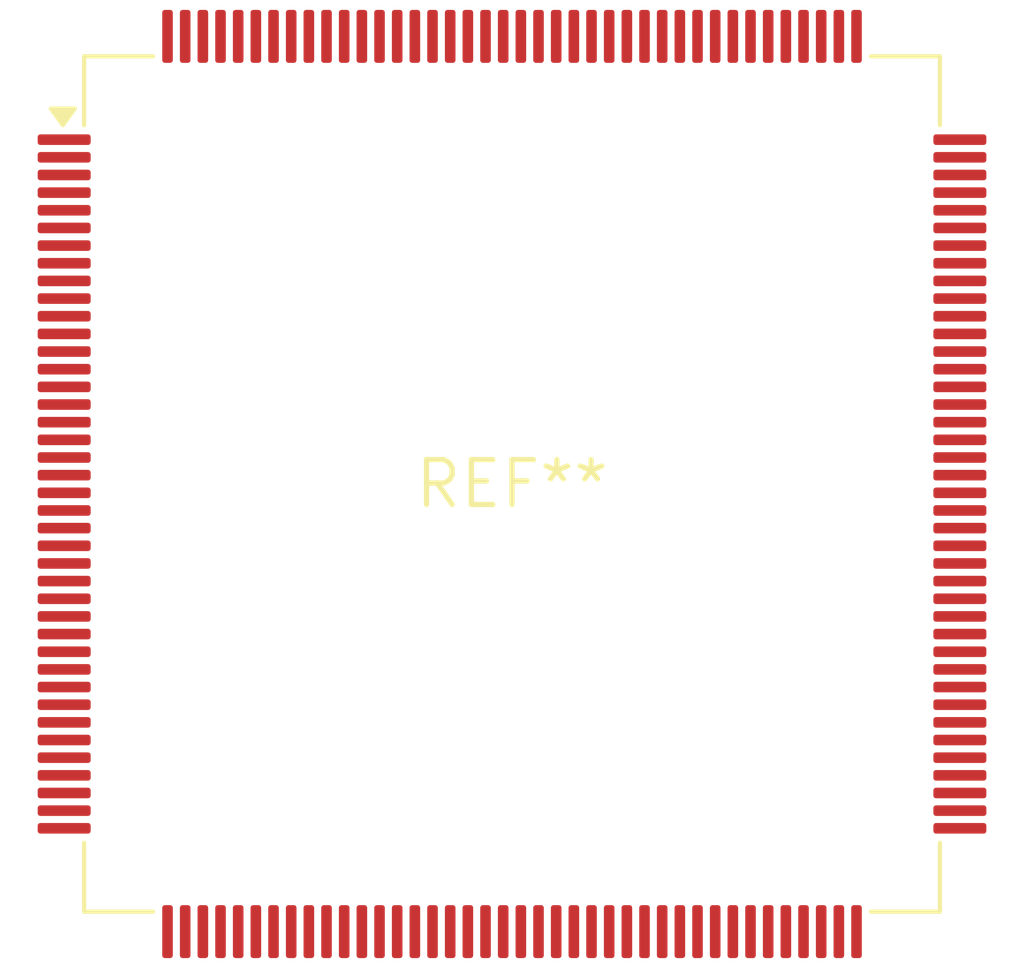
<source format=kicad_pcb>
(kicad_pcb (version 20240108) (generator pcbnew)
  (layers (0 "F.Cu" signal) (31 "B.Cu" signal) (34 "B.Paste" user) (35 "F.Paste" user) (36 "B.SilkS" user "B.Silkscreen") (37 "F.SilkS" user "F.Silkscreen") (38 "B.Mask" user) (39 "F.Mask" user) (44 "Edge.Cuts" user))
  (net 0 "")
  (footprint "LQFP-160_24x24mm_P0.5mm" (layer "F.Cu") (at 0 0)
    (property "Reference" "REF**")
    (property "Value" "LQFP-160_24x24mm_P0.5mm")
    (fp_line (start -12.11 -12.11) (end -12.11 -10.16) (layer "F.SilkS") (stroke (width 0.12)))
    (fp_line (start -12.11 12.11) (end -12.11 10.16) (layer "F.SilkS") (stroke (width 0.12)))
    (fp_line (start -10.16 -12.11) (end -12.11 -12.11) (layer "F.SilkS") (stroke (width 0.12)))
    (fp_line (start -10.16 12.11) (end -12.11 12.11) (layer "F.SilkS") (stroke (width 0.12)))
    (fp_line (start 10.16 -12.11) (end 12.11 -12.11) (layer "F.SilkS") (stroke (width 0.12)))
    (fp_line (start 10.16 12.11) (end 12.11 12.11) (layer "F.SilkS") (stroke (width 0.12)))
    (fp_line (start 12.11 -12.11) (end 12.11 -10.16) (layer "F.SilkS") (stroke (width 0.12)))
    (fp_line (start 12.11 12.11) (end 12.11 10.16) (layer "F.SilkS") (stroke (width 0.12)))
    (fp_poly (pts (xy -12.7125 -10.16) (xy -13.0525 -10.63) (xy -12.3725 -10.63) (xy -12.7125 -10.16)) (layer "F.SilkS") (stroke (width 0.12)) (fill solid))
    (pad "1" smd roundrect (at -12.675 -9.75) (size 1.5 0.3) (layers "F.Cu" "F.Paste" "F.Mask"))
    (pad "2" smd roundrect (at -12.675 -9.25) (size 1.5 0.3) (layers "F.Cu" "F.Paste" "F.Mask"))
    (pad "3" smd roundrect (at -12.675 -8.75) (size 1.5 0.3) (layers "F.Cu" "F.Paste" "F.Mask"))
    (pad "4" smd roundrect (at -12.675 -8.25) (size 1.5 0.3) (layers "F.Cu" "F.Paste" "F.Mask"))
    (pad "5" smd roundrect (at -12.675 -7.75) (size 1.5 0.3) (layers "F.Cu" "F.Paste" "F.Mask"))
    (pad "6" smd roundrect (at -12.675 -7.25) (size 1.5 0.3) (layers "F.Cu" "F.Paste" "F.Mask"))
    (pad "7" smd roundrect (at -12.675 -6.75) (size 1.5 0.3) (layers "F.Cu" "F.Paste" "F.Mask"))
    (pad "8" smd roundrect (at -12.675 -6.25) (size 1.5 0.3) (layers "F.Cu" "F.Paste" "F.Mask"))
    (pad "9" smd roundrect (at -12.675 -5.75) (size 1.5 0.3) (layers "F.Cu" "F.Paste" "F.Mask"))
    (pad "10" smd roundrect (at -12.675 -5.25) (size 1.5 0.3) (layers "F.Cu" "F.Paste" "F.Mask"))
    (pad "11" smd roundrect (at -12.675 -4.75) (size 1.5 0.3) (layers "F.Cu" "F.Paste" "F.Mask"))
    (pad "12" smd roundrect (at -12.675 -4.25) (size 1.5 0.3) (layers "F.Cu" "F.Paste" "F.Mask"))
    (pad "13" smd roundrect (at -12.675 -3.75) (size 1.5 0.3) (layers "F.Cu" "F.Paste" "F.Mask"))
    (pad "14" smd roundrect (at -12.675 -3.25) (size 1.5 0.3) (layers "F.Cu" "F.Paste" "F.Mask"))
    (pad "15" smd roundrect (at -12.675 -2.75) (size 1.5 0.3) (layers "F.Cu" "F.Paste" "F.Mask"))
    (pad "16" smd roundrect (at -12.675 -2.25) (size 1.5 0.3) (layers "F.Cu" "F.Paste" "F.Mask"))
    (pad "17" smd roundrect (at -12.675 -1.75) (size 1.5 0.3) (layers "F.Cu" "F.Paste" "F.Mask"))
    (pad "18" smd roundrect (at -12.675 -1.25) (size 1.5 0.3) (layers "F.Cu" "F.Paste" "F.Mask"))
    (pad "19" smd roundrect (at -12.675 -0.75) (size 1.5 0.3) (layers "F.Cu" "F.Paste" "F.Mask"))
    (pad "20" smd roundrect (at -12.675 -0.25) (size 1.5 0.3) (layers "F.Cu" "F.Paste" "F.Mask"))
    (pad "21" smd roundrect (at -12.675 0.25) (size 1.5 0.3) (layers "F.Cu" "F.Paste" "F.Mask"))
    (pad "22" smd roundrect (at -12.675 0.75) (size 1.5 0.3) (layers "F.Cu" "F.Paste" "F.Mask"))
    (pad "23" smd roundrect (at -12.675 1.25) (size 1.5 0.3) (layers "F.Cu" "F.Paste" "F.Mask"))
    (pad "24" smd roundrect (at -12.675 1.75) (size 1.5 0.3) (layers "F.Cu" "F.Paste" "F.Mask"))
    (pad "25" smd roundrect (at -12.675 2.25) (size 1.5 0.3) (layers "F.Cu" "F.Paste" "F.Mask"))
    (pad "26" smd roundrect (at -12.675 2.75) (size 1.5 0.3) (layers "F.Cu" "F.Paste" "F.Mask"))
    (pad "27" smd roundrect (at -12.675 3.25) (size 1.5 0.3) (layers "F.Cu" "F.Paste" "F.Mask"))
    (pad "28" smd roundrect (at -12.675 3.75) (size 1.5 0.3) (layers "F.Cu" "F.Paste" "F.Mask"))
    (pad "29" smd roundrect (at -12.675 4.25) (size 1.5 0.3) (layers "F.Cu" "F.Paste" "F.Mask"))
    (pad "30" smd roundrect (at -12.675 4.75) (size 1.5 0.3) (layers "F.Cu" "F.Paste" "F.Mask"))
    (pad "31" smd roundrect (at -12.675 5.25) (size 1.5 0.3) (layers "F.Cu" "F.Paste" "F.Mask"))
    (pad "32" smd roundrect (at -12.675 5.75) (size 1.5 0.3) (layers "F.Cu" "F.Paste" "F.Mask"))
    (pad "33" smd roundrect (at -12.675 6.25) (size 1.5 0.3) (layers "F.Cu" "F.Paste" "F.Mask"))
    (pad "34" smd roundrect (at -12.675 6.75) (size 1.5 0.3) (layers "F.Cu" "F.Paste" "F.Mask"))
    (pad "35" smd roundrect (at -12.675 7.25) (size 1.5 0.3) (layers "F.Cu" "F.Paste" "F.Mask"))
    (pad "36" smd roundrect (at -12.675 7.75) (size 1.5 0.3) (layers "F.Cu" "F.Paste" "F.Mask"))
    (pad "37" smd roundrect (at -12.675 8.25) (size 1.5 0.3) (layers "F.Cu" "F.Paste" "F.Mask"))
    (pad "38" smd roundrect (at -12.675 8.75) (size 1.5 0.3) (layers "F.Cu" "F.Paste" "F.Mask"))
    (pad "39" smd roundrect (at -12.675 9.25) (size 1.5 0.3) (layers "F.Cu" "F.Paste" "F.Mask"))
    (pad "40" smd roundrect (at -12.675 9.75) (size 1.5 0.3) (layers "F.Cu" "F.Paste" "F.Mask"))
    (pad "41" smd roundrect (at -9.75 12.675) (size 0.3 1.5) (layers "F.Cu" "F.Paste" "F.Mask"))
    (pad "42" smd roundrect (at -9.25 12.675) (size 0.3 1.5) (layers "F.Cu" "F.Paste" "F.Mask"))
    (pad "43" smd roundrect (at -8.75 12.675) (size 0.3 1.5) (layers "F.Cu" "F.Paste" "F.Mask"))
    (pad "44" smd roundrect (at -8.25 12.675) (size 0.3 1.5) (layers "F.Cu" "F.Paste" "F.Mask"))
    (pad "45" smd roundrect (at -7.75 12.675) (size 0.3 1.5) (layers "F.Cu" "F.Paste" "F.Mask"))
    (pad "46" smd roundrect (at -7.25 12.675) (size 0.3 1.5) (layers "F.Cu" "F.Paste" "F.Mask"))
    (pad "47" smd roundrect (at -6.75 12.675) (size 0.3 1.5) (layers "F.Cu" "F.Paste" "F.Mask"))
    (pad "48" smd roundrect (at -6.25 12.675) (size 0.3 1.5) (layers "F.Cu" "F.Paste" "F.Mask"))
    (pad "49" smd roundrect (at -5.75 12.675) (size 0.3 1.5) (layers "F.Cu" "F.Paste" "F.Mask"))
    (pad "50" smd roundrect (at -5.25 12.675) (size 0.3 1.5) (layers "F.Cu" "F.Paste" "F.Mask"))
    (pad "51" smd roundrect (at -4.75 12.675) (size 0.3 1.5) (layers "F.Cu" "F.Paste" "F.Mask"))
    (pad "52" smd roundrect (at -4.25 12.675) (size 0.3 1.5) (layers "F.Cu" "F.Paste" "F.Mask"))
    (pad "53" smd roundrect (at -3.75 12.675) (size 0.3 1.5) (layers "F.Cu" "F.Paste" "F.Mask"))
    (pad "54" smd roundrect (at -3.25 12.675) (size 0.3 1.5) (layers "F.Cu" "F.Paste" "F.Mask"))
    (pad "55" smd roundrect (at -2.75 12.675) (size 0.3 1.5) (layers "F.Cu" "F.Paste" "F.Mask"))
    (pad "56" smd roundrect (at -2.25 12.675) (size 0.3 1.5) (layers "F.Cu" "F.Paste" "F.Mask"))
    (pad "57" smd roundrect (at -1.75 12.675) (size 0.3 1.5) (layers "F.Cu" "F.Paste" "F.Mask"))
    (pad "58" smd roundrect (at -1.25 12.675) (size 0.3 1.5) (layers "F.Cu" "F.Paste" "F.Mask"))
    (pad "59" smd roundrect (at -0.75 12.675) (size 0.3 1.5) (layers "F.Cu" "F.Paste" "F.Mask"))
    (pad "60" smd roundrect (at -0.25 12.675) (size 0.3 1.5) (layers "F.Cu" "F.Paste" "F.Mask"))
    (pad "61" smd roundrect (at 0.25 12.675) (size 0.3 1.5) (layers "F.Cu" "F.Paste" "F.Mask"))
    (pad "62" smd roundrect (at 0.75 12.675) (size 0.3 1.5) (layers "F.Cu" "F.Paste" "F.Mask"))
    (pad "63" smd roundrect (at 1.25 12.675) (size 0.3 1.5) (layers "F.Cu" "F.Paste" "F.Mask"))
    (pad "64" smd roundrect (at 1.75 12.675) (size 0.3 1.5) (layers "F.Cu" "F.Paste" "F.Mask"))
    (pad "65" smd roundrect (at 2.25 12.675) (size 0.3 1.5) (layers "F.Cu" "F.Paste" "F.Mask"))
    (pad "66" smd roundrect (at 2.75 12.675) (size 0.3 1.5) (layers "F.Cu" "F.Paste" "F.Mask"))
    (pad "67" smd roundrect (at 3.25 12.675) (size 0.3 1.5) (layers "F.Cu" "F.Paste" "F.Mask"))
    (pad "68" smd roundrect (at 3.75 12.675) (size 0.3 1.5) (layers "F.Cu" "F.Paste" "F.Mask"))
    (pad "69" smd roundrect (at 4.25 12.675) (size 0.3 1.5) (layers "F.Cu" "F.Paste" "F.Mask"))
    (pad "70" smd roundrect (at 4.75 12.675) (size 0.3 1.5) (layers "F.Cu" "F.Paste" "F.Mask"))
    (pad "71" smd roundrect (at 5.25 12.675) (size 0.3 1.5) (layers "F.Cu" "F.Paste" "F.Mask"))
    (pad "72" smd roundrect (at 5.75 12.675) (size 0.3 1.5) (layers "F.Cu" "F.Paste" "F.Mask"))
    (pad "73" smd roundrect (at 6.25 12.675) (size 0.3 1.5) (layers "F.Cu" "F.Paste" "F.Mask"))
    (pad "74" smd roundrect (at 6.75 12.675) (size 0.3 1.5) (layers "F.Cu" "F.Paste" "F.Mask"))
    (pad "75" smd roundrect (at 7.25 12.675) (size 0.3 1.5) (layers "F.Cu" "F.Paste" "F.Mask"))
    (pad "76" smd roundrect (at 7.75 12.675) (size 0.3 1.5) (layers "F.Cu" "F.Paste" "F.Mask"))
    (pad "77" smd roundrect (at 8.25 12.675) (size 0.3 1.5) (layers "F.Cu" "F.Paste" "F.Mask"))
    (pad "78" smd roundrect (at 8.75 12.675) (size 0.3 1.5) (layers "F.Cu" "F.Paste" "F.Mask"))
    (pad "79" smd roundrect (at 9.25 12.675) (size 0.3 1.5) (layers "F.Cu" "F.Paste" "F.Mask"))
    (pad "80" smd roundrect (at 9.75 12.675) (size 0.3 1.5) (layers "F.Cu" "F.Paste" "F.Mask"))
    (pad "81" smd roundrect (at 12.675 9.75) (size 1.5 0.3) (layers "F.Cu" "F.Paste" "F.Mask"))
    (pad "82" smd roundrect (at 12.675 9.25) (size 1.5 0.3) (layers "F.Cu" "F.Paste" "F.Mask"))
    (pad "83" smd roundrect (at 12.675 8.75) (size 1.5 0.3) (layers "F.Cu" "F.Paste" "F.Mask"))
    (pad "84" smd roundrect (at 12.675 8.25) (size 1.5 0.3) (layers "F.Cu" "F.Paste" "F.Mask"))
    (pad "85" smd roundrect (at 12.675 7.75) (size 1.5 0.3) (layers "F.Cu" "F.Paste" "F.Mask"))
    (pad "86" smd roundrect (at 12.675 7.25) (size 1.5 0.3) (layers "F.Cu" "F.Paste" "F.Mask"))
    (pad "87" smd roundrect (at 12.675 6.75) (size 1.5 0.3) (layers "F.Cu" "F.Paste" "F.Mask"))
    (pad "88" smd roundrect (at 12.675 6.25) (size 1.5 0.3) (layers "F.Cu" "F.Paste" "F.Mask"))
    (pad "89" smd roundrect (at 12.675 5.75) (size 1.5 0.3) (layers "F.Cu" "F.Paste" "F.Mask"))
    (pad "90" smd roundrect (at 12.675 5.25) (size 1.5 0.3) (layers "F.Cu" "F.Paste" "F.Mask"))
    (pad "91" smd roundrect (at 12.675 4.75) (size 1.5 0.3) (layers "F.Cu" "F.Paste" "F.Mask"))
    (pad "92" smd roundrect (at 12.675 4.25) (size 1.5 0.3) (layers "F.Cu" "F.Paste" "F.Mask"))
    (pad "93" smd roundrect (at 12.675 3.75) (size 1.5 0.3) (layers "F.Cu" "F.Paste" "F.Mask"))
    (pad "94" smd roundrect (at 12.675 3.25) (size 1.5 0.3) (layers "F.Cu" "F.Paste" "F.Mask"))
    (pad "95" smd roundrect (at 12.675 2.75) (size 1.5 0.3) (layers "F.Cu" "F.Paste" "F.Mask"))
    (pad "96" smd roundrect (at 12.675 2.25) (size 1.5 0.3) (layers "F.Cu" "F.Paste" "F.Mask"))
    (pad "97" smd roundrect (at 12.675 1.75) (size 1.5 0.3) (layers "F.Cu" "F.Paste" "F.Mask"))
    (pad "98" smd roundrect (at 12.675 1.25) (size 1.5 0.3) (layers "F.Cu" "F.Paste" "F.Mask"))
    (pad "99" smd roundrect (at 12.675 0.75) (size 1.5 0.3) (layers "F.Cu" "F.Paste" "F.Mask"))
    (pad "100" smd roundrect (at 12.675 0.25) (size 1.5 0.3) (layers "F.Cu" "F.Paste" "F.Mask"))
    (pad "101" smd roundrect (at 12.675 -0.25) (size 1.5 0.3) (layers "F.Cu" "F.Paste" "F.Mask"))
    (pad "102" smd roundrect (at 12.675 -0.75) (size 1.5 0.3) (layers "F.Cu" "F.Paste" "F.Mask"))
    (pad "103" smd roundrect (at 12.675 -1.25) (size 1.5 0.3) (layers "F.Cu" "F.Paste" "F.Mask"))
    (pad "104" smd roundrect (at 12.675 -1.75) (size 1.5 0.3) (layers "F.Cu" "F.Paste" "F.Mask"))
    (pad "105" smd roundrect (at 12.675 -2.25) (size 1.5 0.3) (layers "F.Cu" "F.Paste" "F.Mask"))
    (pad "106" smd roundrect (at 12.675 -2.75) (size 1.5 0.3) (layers "F.Cu" "F.Paste" "F.Mask"))
    (pad "107" smd roundrect (at 12.675 -3.25) (size 1.5 0.3) (layers "F.Cu" "F.Paste" "F.Mask"))
    (pad "108" smd roundrect (at 12.675 -3.75) (size 1.5 0.3) (layers "F.Cu" "F.Paste" "F.Mask"))
    (pad "109" smd roundrect (at 12.675 -4.25) (size 1.5 0.3) (layers "F.Cu" "F.Paste" "F.Mask"))
    (pad "110" smd roundrect (at 12.675 -4.75) (size 1.5 0.3) (layers "F.Cu" "F.Paste" "F.Mask"))
    (pad "111" smd roundrect (at 12.675 -5.25) (size 1.5 0.3) (layers "F.Cu" "F.Paste" "F.Mask"))
    (pad "112" smd roundrect (at 12.675 -5.75) (size 1.5 0.3) (layers "F.Cu" "F.Paste" "F.Mask"))
    (pad "113" smd roundrect (at 12.675 -6.25) (size 1.5 0.3) (layers "F.Cu" "F.Paste" "F.Mask"))
    (pad "114" smd roundrect (at 12.675 -6.75) (size 1.5 0.3) (layers "F.Cu" "F.Paste" "F.Mask"))
    (pad "115" smd roundrect (at 12.675 -7.25) (size 1.5 0.3) (layers "F.Cu" "F.Paste" "F.Mask"))
    (pad "116" smd roundrect (at 12.675 -7.75) (size 1.5 0.3) (layers "F.Cu" "F.Paste" "F.Mask"))
    (pad "117" smd roundrect (at 12.675 -8.25) (size 1.5 0.3) (layers "F.Cu" "F.Paste" "F.Mask"))
    (pad "118" smd roundrect (at 12.675 -8.75) (size 1.5 0.3) (layers "F.Cu" "F.Paste" "F.Mask"))
    (pad "119" smd roundrect (at 12.675 -9.25) (size 1.5 0.3) (layers "F.Cu" "F.Paste" "F.Mask"))
    (pad "120" smd roundrect (at 12.675 -9.75) (size 1.5 0.3) (layers "F.Cu" "F.Paste" "F.Mask"))
    (pad "121" smd roundrect (at 9.75 -12.675) (size 0.3 1.5) (layers "F.Cu" "F.Paste" "F.Mask"))
    (pad "122" smd roundrect (at 9.25 -12.675) (size 0.3 1.5) (layers "F.Cu" "F.Paste" "F.Mask"))
    (pad "123" smd roundrect (at 8.75 -12.675) (size 0.3 1.5) (layers "F.Cu" "F.Paste" "F.Mask"))
    (pad "124" smd roundrect (at 8.25 -12.675) (size 0.3 1.5) (layers "F.Cu" "F.Paste" "F.Mask"))
    (pad "125" smd roundrect (at 7.75 -12.675) (size 0.3 1.5) (layers "F.Cu" "F.Paste" "F.Mask"))
    (pad "126" smd roundrect (at 7.25 -12.675) (size 0.3 1.5) (layers "F.Cu" "F.Paste" "F.Mask"))
    (pad "127" smd roundrect (at 6.75 -12.675) (size 0.3 1.5) (layers "F.Cu" "F.Paste" "F.Mask"))
    (pad "128" smd roundrect (at 6.25 -12.675) (size 0.3 1.5) (layers "F.Cu" "F.Paste" "F.Mask"))
    (pad "129" smd roundrect (at 5.75 -12.675) (size 0.3 1.5) (layers "F.Cu" "F.Paste" "F.Mask"))
    (pad "130" smd roundrect (at 5.25 -12.675) (size 0.3 1.5) (layers "F.Cu" "F.Paste" "F.Mask"))
    (pad "131" smd roundrect (at 4.75 -12.675) (size 0.3 1.5) (layers "F.Cu" "F.Paste" "F.Mask"))
    (pad "132" smd roundrect (at 4.25 -12.675) (size 0.3 1.5) (layers "F.Cu" "F.Paste" "F.Mask"))
    (pad "133" smd roundrect (at 3.75 -12.675) (size 0.3 1.5) (layers "F.Cu" "F.Paste" "F.Mask"))
    (pad "134" smd roundrect (at 3.25 -12.675) (size 0.3 1.5) (layers "F.Cu" "F.Paste" "F.Mask"))
    (pad "135" smd roundrect (at 2.75 -12.675) (size 0.3 1.5) (layers "F.Cu" "F.Paste" "F.Mask"))
    (pad "136" smd roundrect (at 2.25 -12.675) (size 0.3 1.5) (layers "F.Cu" "F.Paste" "F.Mask"))
    (pad "137" smd roundrect (at 1.75 -12.675) (size 0.3 1.5) (layers "F.Cu" "F.Paste" "F.Mask"))
    (pad "138" smd roundrect (at 1.25 -12.675) (size 0.3 1.5) (layers "F.Cu" "F.Paste" "F.Mask"))
    (pad "139" smd roundrect (at 0.75 -12.675) (size 0.3 1.5) (layers "F.Cu" "F.Paste" "F.Mask"))
    (pad "140" smd roundrect (at 0.25 -12.675) (size 0.3 1.5) (layers "F.Cu" "F.Paste" "F.Mask"))
    (pad "141" smd roundrect (at -0.25 -12.675) (size 0.3 1.5) (layers "F.Cu" "F.Paste" "F.Mask"))
    (pad "142" smd roundrect (at -0.75 -12.675) (size 0.3 1.5) (layers "F.Cu" "F.Paste" "F.Mask"))
    (pad "143" smd roundrect (at -1.25 -12.675) (size 0.3 1.5) (layers "F.Cu" "F.Paste" "F.Mask"))
    (pad "144" smd roundrect (at -1.75 -12.675) (size 0.3 1.5) (layers "F.Cu" "F.Paste" "F.Mask"))
    (pad "145" smd roundrect (at -2.25 -12.675) (size 0.3 1.5) (layers "F.Cu" "F.Paste" "F.Mask"))
    (pad "146" smd roundrect (at -2.75 -12.675) (size 0.3 1.5) (layers "F.Cu" "F.Paste" "F.Mask"))
    (pad "147" smd roundrect (at -3.25 -12.675) (size 0.3 1.5) (layers "F.Cu" "F.Paste" "F.Mask"))
    (pad "148" smd roundrect (at -3.75 -12.675) (size 0.3 1.5) (layers "F.Cu" "F.Paste" "F.Mask"))
    (pad "149" smd roundrect (at -4.25 -12.675) (size 0.3 1.5) (layers "F.Cu" "F.Paste" "F.Mask"))
    (pad "150" smd roundrect (at -4.75 -12.675) (size 0.3 1.5) (layers "F.Cu" "F.Paste" "F.Mask"))
    (pad "151" smd roundrect (at -5.25 -12.675) (size 0.3 1.5) (layers "F.Cu" "F.Paste" "F.Mask"))
    (pad "152" smd roundrect (at -5.75 -12.675) (size 0.3 1.5) (layers "F.Cu" "F.Paste" "F.Mask"))
    (pad "153" smd roundrect (at -6.25 -12.675) (size 0.3 1.5) (layers "F.Cu" "F.Paste" "F.Mask"))
    (pad "154" smd roundrect (at -6.75 -12.675) (size 0.3 1.5) (layers "F.Cu" "F.Paste" "F.Mask"))
    (pad "155" smd roundrect (at -7.25 -12.675) (size 0.3 1.5) (layers "F.Cu" "F.Paste" "F.Mask"))
    (pad "156" smd roundrect (at -7.75 -12.675) (size 0.3 1.5) (layers "F.Cu" "F.Paste" "F.Mask"))
    (pad "157" smd roundrect (at -8.25 -12.675) (size 0.3 1.5) (layers "F.Cu" "F.Paste" "F.Mask"))
    (pad "158" smd roundrect (at -8.75 -12.675) (size 0.3 1.5) (layers "F.Cu" "F.Paste" "F.Mask"))
    (pad "159" smd roundrect (at -9.25 -12.675) (size 0.3 1.5) (layers "F.Cu" "F.Paste" "F.Mask"))
    (pad "160" smd roundrect (at -9.75 -12.675) (size 0.3 1.5) (layers "F.Cu" "F.Paste" "F.Mask"))
  )
)
</source>
